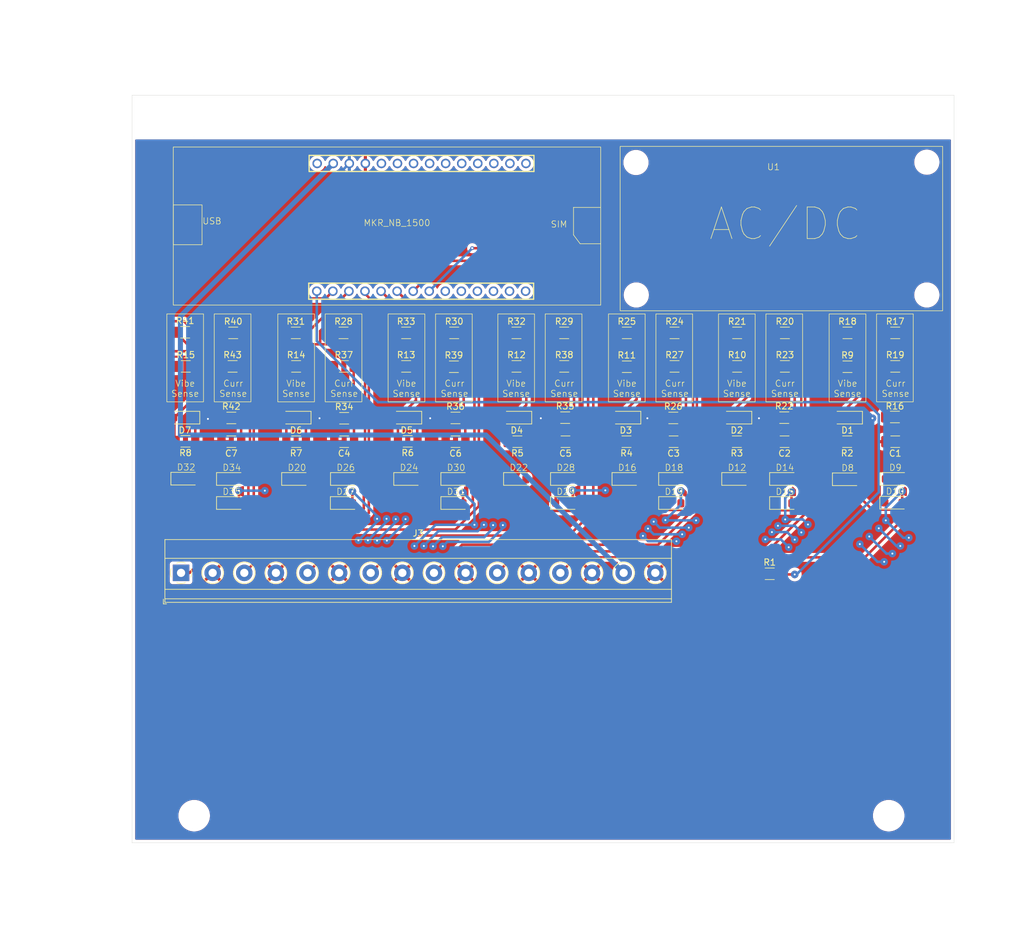
<source format=kicad_pcb>
(kicad_pcb (version 20240108) (generator "pcbnew") (generator_version "8.0")
  (title_block (title "Breakoutv1.0") (date "2025-05-25") (rev "0") (company "Thermatech Innovations"))
  (layers (0 "F.Cu" signal) (31 "B.Cu" signal) (34 "B.Paste" user) (35 "F.Paste" user) (36 "B.SilkS" user "B.Silkscreen") (37 "F.SilkS" user "F.Silkscreen") (38 "B.Mask" user) (39 "F.Mask" user) (44 "Edge.Cuts" user))
  (net 0 "")
  (net 1 "/5VDC_supply")
  (net 2 "Net-(D1-A)")
  (net 3 "Net-(D2-A)")
  (net 4 "Net-(D3-A)")
  (net 5 "Net-(D4-A)")
  (net 6 "Net-(D5-A)")
  (net 7 "Net-(D6-A)")
  (net 11 "/A3")
  (net 12 "/A2")
  (net 13 "/A5")
  (net 16 "/A6")
  (net 18 "/3.3VDC_Supply")
  (net 21 "GND")
  (net 24 "Net-(A1-PadAREF)")
  (net 29 "/A4")
  (net 30 "/A0")
  (net 31 "/5.5VDC_Input")
  (net 33 "/A1")
  (net 35 "Net-(D10-K)")
  (net 36 "Net-(D14-K)")
  (net 37 "Net-(D18-K)")
  (net 38 "Net-(D26-K)")
  (net 39 "Net-(D28-K)")
  (net 40 "Net-(D30-K)")
  (net 41 "Net-(D34-K)")
  (net 42 "Net-(D7-A)")
  (net 43 "Net-(D8-K)")
  (net 44 "Net-(D12-K)")
  (net 45 "Net-(D16-K)")
  (net 46 "Net-(D20-K)")
  (net 47 "Net-(D22-K)")
  (net 48 "Net-(D24-K)")
  (net 49 "Net-(D32-K)")
  (net 50 "/A3+")
  (net 51 "/A0+")
  (net 52 "/A4+")
  (net 53 "/A5+")
  (net 54 "/A2+")
  (net 55 "/A1+")
  (net 56 "/A6+")
  (footprint "Resistor_SMD:R_1206_3216Metric_Pad1.30x1.75mm_HandSolder" (layer "F.Cu") (at 168.025 80.7)
    (property "Reference" "R10")
    (property "Value" "0")
  )
  (footprint "Capacitor_SMD:C_1206_3216Metric_Pad1.33x1.80mm_HandSolder" (layer "F.Cu") (at 123.4875 92.6 180)
    (property "Reference" "C6")
    (property "Value" "50u")
  )
  (footprint "Resistor_SMD:R_1206_3216Metric_Pad1.30x1.75mm_HandSolder" (layer "F.Cu") (at 150.525 92.6 180)
    (property "Reference" "R4")
    (property "Value" "1M")
  )
  (footprint "Resistor_SMD:R_1206_3216Metric_Pad1.30x1.75mm_HandSolder" (layer "F.Cu") (at 150.575 80.75)
    (property "Reference" "R11")
    (property "Value" "0")
  )
  (footprint "Resistor_SMD:R_1206_3216Metric_Pad1.30x1.75mm_HandSolder" (layer "F.Cu") (at 173.175 113.5)
    (property "Reference" "R1")
    (property "Value" "0")
  )
  (footprint "Breakoutv1.0:SOD-123FL" (layer "F.Cu") (at 167.95 98.5)
    (property "Reference" "D12")
    (property "Value" "1N5819")
  )
  (footprint "Resistor_SMD:R_1206_3216Metric_Pad1.30x1.75mm_HandSolder" (layer "F.Cu") (at 98.275 92.6 180)
    (property "Reference" "R7")
    (property "Value" "1M")
  )
  (footprint "Diode_SMD:D_SOD-123" (layer "F.Cu") (at 115.775 88.8 180)
    (property "Reference" "D5")
    (property "Value" "BAT43W-TP")
  )
  (footprint "Resistor_SMD:R_1206_3216Metric_Pad1.30x1.75mm_HandSolder" (layer "F.Cu") (at 193.025 80.7)
    (property "Reference" "R19")
    (property "Value" "0")
  )
  (footprint "Resistor_SMD:R_1206_3216Metric_Pad1.30x1.75mm_HandSolder" (layer "F.Cu") (at 185.475 80.75)
    (property "Reference" "R9")
    (property "Value" "0")
  )
  (footprint "Diode_SMD:D_SOD-123" (layer "F.Cu") (at 167.975 88.8 180)
    (property "Reference" "D2")
    (property "Value" "BAT43W-TP")
  )
  (footprint "Breakoutv1.0:M4_Screwhole" (layer "F.Cu") (at 191.995 41.892)
    (property "Reference" "REF**" (hide yes))
    (property "Value" "M4_Screwhole" (hide yes))
  )
  (footprint "Resistor_SMD:R_1206_3216Metric_Pad1.30x1.75mm_HandSolder" (layer "F.Cu") (at 115.925 92.55 180)
    (property "Reference" "R6")
    (property "Value" "1M")
  )
  (footprint "Breakoutv1.0:SOD-123FL" (layer "F.Cu") (at 116.075 98.5)
    (property "Reference" "D24")
    (property "Value" "1N5819")
  )
  (footprint "Resistor_SMD:R_1206_3216Metric_Pad1.30x1.75mm_HandSolder" (layer "F.Cu") (at 133.275 92.6 180)
    (property "Reference" "R5")
    (property "Value" "1M")
  )
  (footprint "Resistor_SMD:R_1206_3216Metric_Pad1.30x1.75mm_HandSolder" (layer "F.Cu") (at 88.325 75.4)
    (property "Reference" "R40")
    (property "Value" "0")
  )
  (footprint "Resistor_SMD:R_1206_3216Metric_Pad1.30x1.75mm_HandSolder" (layer "F.Cu") (at 158.125 80.7)
    (property "Reference" "R27")
    (property "Value" "0")
  )
  (footprint "Resistor_SMD:R_1206_3216Metric_Pad1.30x1.75mm_HandSolder" (layer "F.Cu") (at 123.225 80.75)
    (property "Reference" "R39")
    (property "Value" "0")
  )
  (footprint "Capacitor_SMD:C_1206_3216Metric_Pad1.33x1.80mm_HandSolder" (layer "F.Cu") (at 105.875 92.6 180)
    (property "Reference" "C4")
    (property "Value" "50u")
  )
  (footprint "Resistor_SMD:R_1206_3216Metric_Pad1.30x1.75mm_HandSolder" (layer "F.Cu") (at 140.675 80.7)
    (property "Reference" "R38")
    (property "Value" "0")
  )
  (footprint "Resistor_SMD:R_1206_3216Metric_Pad1.30x1.75mm_HandSolder" (layer "F.Cu") (at 158.125 75.4)
    (property "Reference" "R24")
    (property "Value" "0")
  )
  (footprint "Resistor_SMD:R_1206_3216Metric_Pad1.30x1.75mm_HandSolder" (layer "F.Cu") (at 133.125 75.4)
    (property "Reference" "R32")
    (property "Value" "0")
  )
  (footprint "Resistor_SMD:R_1206_3216Metric_Pad1.30x1.75mm_HandSolder" (layer "F.Cu") (at 150.575 75.4)
    (property "Reference" "R25")
    (property "Value" "0")
  )
  (footprint "Resistor_SMD:R_1206_3216Metric_Pad1.30x1.75mm_HandSolder" (layer "F.Cu") (at 123.275 75.4)
    (property "Reference" "R30")
    (property "Value" "0")
  )
  (footprint "Capacitor_SMD:C_1206_3216Metric_Pad1.33x1.80mm_HandSolder" (layer "F.Cu") (at 157.975 92.6 180)
    (property "Reference" "C3")
    (property "Value" "50u")
  )
  (footprint "Resistor_SMD:R_1206_3216Metric_Pad1.30x1.75mm_HandSolder" (layer "F.Cu") (at 185.425 92.6 180)
    (property "Reference" "R2")
    (property "Value" "1M")
  )
  (footprint "Resistor_SMD:R_1206_3216Metric_Pad1.30x1.75mm_HandSolder" (layer "F.Cu") (at 175.575 80.7)
    (property "Reference" "R23")
    (property "Value" "0")
  )
  (footprint "Breakoutv1.0:M4_Screwhole" (layer "F.Cu") (at 82.152 151.752)
    (property "Reference" "REF**" (hide yes))
    (property "Value" "M4_Screwhole" (hide yes))
  )
  (footprint "Breakoutv1.0:SOD-123FL" (layer "F.Cu") (at 80.825 98.45)
    (property "Reference" "D32")
    (property "Value" "1N5819")
  )
  (footprint "Resistor_SMD:R_1206_3216Metric_Pad1.30x1.75mm_HandSolder" (layer "F.Cu") (at 80.825 80.7)
    (property "Reference" "R15")
    (property "Value" "0")
  )
  (footprint "Capacitor_SMD:C_1206_3216Metric_Pad1.33x1.80mm_HandSolder" (layer "F.Cu") (at 140.875 92.6 180)
    (property "Reference" "C5")
    (property "Value" "50u")
  )
  (footprint "Diode_SMD:D_SOD-123" (layer "F.Cu") (at 98.275 88.8 180)
    (property "Reference" "D6")
    (property "Value" "BAT43W-TP")
  )
  (footprint "Resistor_SMD:R_1206_3216Metric_Pad1.30x1.75mm_HandSolder" (layer "F.Cu") (at 175.475 88.8)
    (property "Reference" "R22")
    (property "Value" "100k")
  )
  (footprint "Resistor_SMD:R_1206_3216Metric_Pad1.30x1.75mm_HandSolder" (layer "F.Cu") (at 175.575 75.4)
    (property "Reference" "R20")
    (property "Value" "0")
  )
  (footprint "Breakoutv1.0:SOD-123FL" (layer "F.Cu") (at 88.05 98.5)
    (property "Reference" "D34")
    (property "Value" "1N5819")
  )
  (footprint "Resistor_SMD:R_1206_3216Metric_Pad1.30x1.75mm_HandSolder" (layer "F.Cu") (at 88.025 88.85)
    (property "Reference" "R42")
    (property "Value" "100k")
  )
  (footprint "Resistor_SMD:R_1206_3216Metric_Pad1.30x1.75mm_HandSolder" (layer "F.Cu") (at 80.775 92.55 180)
    (property "Reference" "R8")
    (property "Value" "1M")
  )
  (footprint "Resistor_SMD:R_1206_3216Metric_Pad1.30x1.75mm_HandSolder" (layer "F.Cu") (at 80.725 75.3)
    (property "Reference" "R41")
    (property "Value" "0")
  )
  (footprint "Breakoutv1.0:SOD-123FL" (layer "F.Cu") (at 175.525 102.3)
    (property "Reference" "D15")
    (property "Value" "1N5819")
  )
  (footprint "Diode_SMD:D_SOD-123" (layer "F.Cu") (at 185.475 88.8 180)
    (property "Reference" "D1")
    (property "Value" "BAT43W-TP")
  )
  (footprint "Resistor_SMD:R_1206_3216Metric_Pad1.30x1.75mm_HandSolder" (layer "F.Cu") (at 192.975 88.7)
    (property "Reference" "R16")
    (property "Value" "100k")
  )
  (footprint "Resistor_SMD:R_1206_3216Metric_Pad1.30x1.75mm_HandSolder" (layer "F.Cu") (at 157.925 88.85)
    (property "Reference" "R26")
    (property "Value" "100k")
  )
  (footprint "Breakoutv1.0:SOD-123FL" (layer "F.Cu") (at 106.075 98.5)
    (property "Reference" "D26")
    (property "Value" "1N5819")
  )
  (footprint "Resistor_SMD:R_1206_3216Metric_Pad1.30x1.75mm_HandSolder" (layer "F.Cu") (at 98.275 80.7)
    (property "Reference" "R14")
    (property "Value" "0")
  )
  (footprint "Diode_SMD:D_SOD-123" (layer "F.Cu") (at 133.175 88.8 180)
    (property "Reference" "D4")
    (property "Value" "BAT43W-TP")
  )
  (footprint "Breakoutv1.0:M4_Screwhole" (layer "F.Cu") (at 82.152 41.892)
    (property "Reference" "REF**" (hide yes))
    (property "Value" "M4_Screwhole" (hide yes))
  )
  (footprint "Resistor_SMD:R_1206_3216Metric_Pad1.30x1.75mm_HandSolder" (layer "F.Cu") (at 167.975 92.6 180)
    (property "Reference" "R3")
    (property "Value" "1M")
  )
  (footprint "Breakoutv1.0:SOD-123FL" (layer "F.Cu") (at 123.525 102.3)
    (property "Reference" "D31")
    (property "Value" "1N5819")
  )
  (footprint "Breakoutv1.0:M4_Screwhole" (layer "F.Cu") (at 191.995 151.752)
    (property "Reference" "REF**" (hide yes))
    (property "Value" "M4_Screwhole" (hide yes))
  )
  (footprint "Resistor_SMD:R_1206_3216Metric_Pad1.30x1.75mm_HandSolder" (layer "F.Cu") (at 115.675 80.7)
    (property "Reference" "R13")
    (property "Value" "0")
  )
  (footprint "Resistor_SMD:R_1206_3216Metric_Pad1.30x1.75mm_HandSolder" (layer "F.Cu") (at 185.475 75.4)
    (property "Reference" "R18")
    (property "Value" "0")
  )
  (footprint "Resistor_SMD:R_1206_3216Metric_Pad1.30x1.75mm_HandSolder" (layer "F.Cu") (at 123.475 88.85)
    (property "Reference" "R36")
    (property "Value" "100k")
  )
  (footprint "Resistor_SMD:R_1206_3216Metric_Pad1.30x1.75mm_HandSolder" (layer "F.Cu") (at 105.775 75.4)
    (property "Reference" "R28")
    (property "Value" "0")
  )
  (footprint "Breakoutv1.0:SOD-123FL" (layer "F.Cu") (at 133.45 98.5)
    (property "Reference" "D22")
    (property "Value" "1N5819")
  )
  (footprint "Breakoutv1.0:SOD-123FL" (layer "F.Cu") (at 98.35 98.5)
    (property "Reference" "D20")
    (property "Value" "1N5819")
  )
  (footprint "Breakoutv1.0:MKR_NB_1500" (layer "F.Cu") (at 114.175 58.65)
    (property "Reference" "MKR_NB_1500")
    (property "Value" "Arduino_MKR_NB_1500_Socket")
  )
  (footprint "Breakoutv1.0:ACDC_Module" (layer "F.Cu") (at 173.775 49.65)
    (property "Reference" "U1")
    (property "Value" "~")
  )
  (footprint "Breakoutv1.0:SOD-123FL" (layer "F.Cu") (at 106.05 102.3)
    (property "Reference" "D27")
    (property "Value" "1N5819")
  )
  (footprint "Resistor_SMD:R_1206_3216Metric_Pad1.30x1.75mm_HandSolder" (layer "F.Cu") (at 105.825 80.7)
    (property "Reference" "R37")
    (property "Value" "0")
  )
  (footprint "Breakoutv1.0:SOD-123FL" (layer "F.Cu") (at 192.95 102.25)
    (property "Reference" "D10")
    (property "Value" "1N5819")
  )
  (footprint "Breakoutv1.0:SOD-123FL" (layer "F.Cu") (at 157.975 98.5)
    (property "Reference" "D18")
    (property "Value" "1N5819")
  )
  (footprint "TerminalBlock_Phoenix:TerminalBlock_Phoenix_MKDS-1,5-16_1x16_P5.00mm_Horizontal" (layer "F.Cu") (at 80.075 113.35)
    (property "Reference" "J3")
    (property "Value" "Screw_Terminal_01x16")
  )
  (footprint "Resistor_SMD:R_1206_3216Metric_Pad1.30x1.75mm_HandSolder" (layer "F.Cu") (at 115.675 75.4)
    (property "Reference" "R33")
    (property "Value" "0")
  )
  (footprint "Resistor_SMD:R_1206_3216Metric_Pad1.30x1.75mm_HandSolder" (layer "F.Cu") (at 193.025 75.4)
    (property "Reference" "R17")
    (property "Value" "0")
  )
  (footprint "Breakoutv1.0:SOD-123FL" (layer "F.Cu") (at 88.05 102.3)
    (property "Reference" "D35")
    (property "Value" "1N5819")
  )
  (footprint "Diode_SMD:D_SOD-123" (layer "F.Cu") (at 150.425 88.8 180)
    (property "Reference" "D3")
    (property "Value" "BAT43W-TP")
  )
  (footprint "Capacitor_SMD:C_1206_3216Metric_Pad1.33x1.80mm_HandSolder" (layer "F.Cu") (at 193.025 92.6 180)
    (property "Reference" "C1")
    (property "Value" "50u")
  )
  (footprint "Breakoutv1.0:SOD-123FL" (layer "F.Cu") (at 175.525 98.5)
    (property "Reference" "D14")
    (property "Value" "1N5819")
  )
  (footprint "Resistor_SMD:R_1206_3216Metric_Pad1.30x1.75mm_HandSolder" (layer "F.Cu") (at 140.675 75.4)
    (property "Reference" "R29")
    (property "Value" "0")
  )
  (footprint "Capacitor_SMD:C_1206_3216Metric_Pad1.33x1.80mm_HandSolder" (layer "F.Cu") (at 175.525 92.6 180)
    (property "Reference" "C2")
    (property "Value" "50u")
  )
  (footprint "Breakoutv1.0:SOD-123FL" (layer "F.Cu") (at 150.6 98.5)
    (property "Reference" "D16")
    (property "Value" "1N5819")
  )
  (footprint "Breakoutv1.0:SOD-123FL" (layer "F.Cu") (at 193 98.5)
    (property "Reference" "D9")
    (property "Value" "1N5819")
  )
  (footprint "Capacitor_SMD:C_1206_3216Metric_Pad1.33x1.80mm_HandSolder" (layer "F.Cu") (at 88.025 92.6 180)
    (property "Reference" "C7")
    (property "Value" "50u")
  )
  (footprint "Resistor_SMD:R_1206_3216Metric_Pad1.30x1.75mm_HandSolder" (layer "F.Cu") (at 98.225 75.4)
    (property "Reference" "R31")
    (property "Value" "0")
  )
  (footprint "Resistor_SMD:R_1206_3216Metric_Pad1.30x1.75mm_HandSolder" (layer "F.Cu") (at 133.125 80.7)
    (property "Reference" "R12")
    (property "Value" "0")
  )
  (footprint "Breakoutv1.0:SOD-123FL" (layer "F.Cu") (at 140.875 98.5)
    (property "Reference" "D28")
    (property "Value" "1N5819")
  )
  (footprint "Resistor_SMD:R_1206_3216Metric_Pad1.30x1.75mm_HandSolder" (layer "F.Cu") (at 168.025 75.4)
    (property "Reference" "R21")
    (property "Value" "0")
  )
  (footprint "Breakoutv1.0:SOD-123FL" (layer "F.Cu") (at 140.875 102.3)
    (property "Reference" "D29")
    (property "Value" "1N5819")
  )
  (footprint "Resistor_SMD:R_1206_3216Metric_Pad1.30x1.75mm_HandSolder" (layer "F.Cu") (at 105.875 88.9)
    (property "Reference" "R34")
    (property "Value" "100k")
  )
  (footprint "Breakoutv1.0:SOD-123FL" (layer "F.Cu") (at 123.525 98.5)
    (property "Reference" "D30")
    (property "Value" "1N5819")
  )
  (footprint "Breakoutv1.0:SOD-123FL" (layer "F.Cu") (at 185.45 98.55)
    (property "Reference" "D8")
    (property "Value" "1N5819")
  )
  (footprint "Resistor_SMD:R_1206_3216Metric_Pad1.30x1.75mm_HandSolder" (layer "F.Cu") (at 140.825 88.8)
    (property "Reference" "R35")
    (property "Value" "100k")
  )
  (footprint "Diode_SMD:D_SOD-123" (layer "F.Cu") (at 80.675 88.8 180)
    (property "Reference" "D7")
    (property "Value" "BAT43W-TP")
  )
  (footprint "Resistor_SMD:R_1206_3216Metric_Pad1.30x1.75mm_HandSolder" (layer "F.Cu") (at 88.225 80.7)
    (property "Reference" "R43")
    (property "Value" "0")
  )
  (footprint "Breakoutv1.0:SOD-123FL" (layer "F.Cu") (at 157.975 102.3)
    (property "Reference" "D19")
    (property "Value" "1N5819")
  )
  (gr_rect (start 102.875 72.4) (end 108.675 86.3) (stroke (width 0.1)) (fill none) (layer "F.SilkS"))
  (gr_rect (start 182.575 72.4) (end 188.375 86.3) (stroke (width 0.1)) (fill none) (layer "F.SilkS"))
  (gr_rect (start 137.675 72.4) (end 143.475 86.3) (stroke (width 0.1)) (fill none) (layer "F.SilkS"))
  (gr_rect (start 147.675 72.4) (end 153.475 86.3) (stroke (width 0.1)) (fill none) (layer "F.SilkS"))
  (gr_rect (start 112.825 72.4) (end 118.625 86.3) (stroke (width 0.1)) (fill none) (layer "F.SilkS"))
  (gr_rect (start 130.175 72.4) (end 135.975 86.3) (stroke (width 0.1)) (fill none) (layer "F.SilkS"))
  (gr_rect (start 77.825 72.4) (end 83.625 86.3) (stroke (width 0.1)) (fill none) (layer "F.SilkS"))
  (gr_rect (start 95.375 72.4) (end 101.175 86.3) (stroke (width 0.1)) (fill none) (layer "F.SilkS"))
  (gr_rect (start 172.575 72.4) (end 178.375 86.3) (stroke (width 0.1)) (fill none) (layer "F.SilkS"))
  (gr_rect (start 155.175 72.4) (end 160.975 86.3) (stroke (width 0.1)) (fill none) (layer "F.SilkS"))
  (gr_rect (start 190.075 72.4) (end 195.875 86.3) (stroke (width 0.1)) (fill none) (layer "F.SilkS"))
  (gr_rect (start 85.325 72.4) (end 91.125 86.3) (stroke (width 0.1)) (fill none) (layer "F.SilkS"))
  (gr_rect (start 165.075 72.4) (end 170.875 86.3) (stroke (width 0.1)) (fill none) (layer "F.SilkS"))
  (gr_rect (start 120.325 72.4) (end 126.125 86.3) (stroke (width 0.1)) (fill none) (layer "F.SilkS"))
  (gr_rect (start 72.325 37.8) (end 202.325 156.05) (stroke (width 0.05)) (fill none) (layer "Edge.Cuts"))
  (gr_text "Vibe\nSense" (at 98.275 84.2 0) (layer "F.SilkS") (effects (font (size 1 1) (thickness 0.1))))
  (gr_text "Vibe\nSense" (at 133.075 84.2 0) (layer "F.SilkS") (effects (font (size 1 1) (thickness 0.1))))
  (gr_text "Curr\nSense" (at 105.875 84.2 0) (layer "F.SilkS") (effects (font (size 1 1) (thickness 0.1))))
  (gr_text "Curr\nSense" (at 140.675 84.2 0) (layer "F.SilkS") (effects (font (size 1 1) (thickness 0.1))))
  (gr_text "Vibe\nSense" (at 80.725 84.2 0) (layer "F.SilkS") (effects (font (size 1 1) (thickness 0.1))))
  (gr_text "Vibe\nSense" (at 115.725 84.2 0) (layer "F.SilkS") (effects (font (size 1 1) (thickness 0.1))))
  (gr_text "Vibe\nSense" (at 150.575 84.2 0) (layer "F.SilkS") (effects (font (size 1 1) (thickness 0.1))))
  (gr_text "Vibe\nSense" (at 167.975 84.2 0) (layer "F.SilkS") (effects (font (size 1 1) (thickness 0.1))))
  (gr_text "Curr\nSense" (at 193.075 84.2 0) (layer "F.SilkS") (effects (font (size 1 1) (thickness 0.1))))
  (gr_text "Curr\nSense" (at 88.325 84.2 0) (layer "F.SilkS") (effects (font (size 1 1) (thickness 0.1))))
  (gr_text "Curr\nSense" (at 158.175 84.2 0) (layer "F.SilkS") (effects (font (size 1 1) (thickness 0.1))))
  (gr_text "Curr\nSense" (at 175.575 84.2 0) (layer "F.SilkS") (effects (font (size 1 1) (thickness 0.1))))
  (gr_text "Vibe\nSense" (at 185.475 84.2 0) (layer "F.SilkS") (effects (font (size 1 1) (thickness 0.1))))
  (gr_text "Curr\nSense" (at 123.325 84.2 0) (layer "F.SilkS") (effects (font (size 1 1) (thickness 0.1))))
  (segment (start 183.825 88.8) (end 183.825 92.55) (width 0.4) (layer "F.Cu") (net 2))
  (segment (start 187.025 80.75) (end 187.025 85.6) (width 0.4) (layer "F.Cu") (net 2))
  (segment (start 187.025 85.6) (end 183.825 88.8) (width 0.4) (layer "F.Cu") (net 2))
  (segment (start 183.825 92.55) (end 183.875 92.6) (width 0.4) (layer "F.Cu") (net 2))
  (segment (start 166.325 88.8) (end 166.325 92.5) (width 0.4) (layer "F.Cu") (net 3))
  (segment (start 166.325 92.5) (end 166.425 92.6) (width 0.4) (layer "F.Cu") (net 3))
  (segment (start 169.575 80.7) (end 169.575 85.55) (width 0.4) (layer "F.Cu") (net 3))
  (segment (start 169.575 85.55) (end 166.325 88.8) (width 0.4) (layer "F.Cu") (net 3))
  (segment (start 152.125 85.9) (end 149.225 88.8) (width 0.4) (layer "F.Cu") (net 4))
  (segment (start 152.125 80.75) (end 152.125 85.9) (width 0.4) (layer "F.Cu") (net 4))
  (segment (start 148.975 89) (end 148.775 88.8) (width 0.4) (layer "F.Cu") (net 4))
  (segment (start 148.975 92.6) (end 148.975 89) (width 0.4) (layer "F.Cu") (net 4))
  (segment (start 131.525 92.4) (end 131.725 92.6) (width 0.4) (layer "F.Cu") (net 5))
  (segment (start 131.525 88.8) (end 131.525 92.4) (width 0.4) (layer "F.Cu") (net 5))
  (segment (start 132.675 88.8) (end 131.525 88.8) (width 0.4) (layer "F.Cu") (net 5))
  (segment (start 134.675 80.7) (end 134.675 86.8) (width 0.4) (layer "F.Cu") (net 5))
  (segment (start 134.675 86.8) (end 132.675 88.8) (width 0.4) (layer "F.Cu") (net 5))
  (segment (start 114.375 92.55) (end 114.375 89.05) (width 0.4) (layer "F.Cu") (net 6))
  (segment (start 117.225 86.05) (end 114.475 88.8) (width 0.4) (layer "F.Cu") (net 6))
  (segment (start 117.225 80.7) (end 117.225 86.05) (width 0.4) (layer "F.Cu") (net 6))
  (segment (start 114.375 89.05) (end 114.125 88.8) (width 0.4) (layer "F.Cu") (net 6))
  (segment (start 96.725 89.05) (end 96.725 92.6) (width 0.4) (layer "F.Cu") (net 7))
  (segment (start 96.625 88.95) (end 96.725 89.05) (width 0.2) (layer "F.Cu") (net 7))
  (segment (start 96.625 88.8) (end 96.625 88.95) (width 0.2) (layer "F.Cu") (net 7))
  (segment (start 99.825 85.6) (end 96.625 88.8) (width 0.4) (layer "F.Cu") (net 7))
  (segment (start 99.825 80.7) (end 99.825 85.6) (width 0.4) (layer "F.Cu") (net 7))
  (segment (start 129.475 72.85) (end 129.475 78.6) (width 0.4) (layer "F.Cu") (net 11))
  (segment (start 129.475 78.6) (end 137.025 78.6) (width 0.4) (layer "F.Cu") (net 11))
  (segment (start 137.025 78.6) (end 139.125 80.7) (width 0.4) (layer "F.Cu") (net 11))
  (segment (start 129.475 72.85) (end 132.125 72.85) (width 0.4) (layer "F.Cu") (net 11))
  (segment (start 132.125 72.85) (end 134.675 75.4) (width 0.4) (layer "F.Cu") (net 11))
  (segment (start 115.755 72.85) (end 129.475 72.85) (width 0.4) (layer "F.Cu") (net 11))
  (segment (start 111.705 68.8) (end 115.755 72.85) (width 0.4) (layer "F.Cu") (net 11))
  (segment (start 129.475 78.6) (end 131.575 80.7) (width 0.4) (layer "F.Cu") (net 11))
  (segment (start 113.15 73.075) (end 112.025 74.2) (width 0.4) (layer "F.Cu") (net 12))
  (segment (start 114.25 73.075) (end 113.05 73.075) (width 0.4) (layer "F.Cu") (net 12))
  (segment (start 112.025 78.6) (end 119.525 78.6) (width 0.4) (layer "F.Cu") (net 12))
  (segment (start 116.575 75.4) (end 114.25 73.075) (width 0.4) (layer "F.Cu") (net 12))
  (segment (start 109.165 69.19) (end 109.165 68.8) (width 0.4) (layer "F.Cu") (net 12))
  (segment (start 117.225 75.4) (end 116.575 75.4) (width 0.4) (layer "F.Cu") (net 12))
  (segment (start 112.025 74.2) (end 112.025 78.6) (width 0.4) (layer "F.Cu") (net 12))
  (segment (start 112.025 78.6) (end 114.125 80.7) (width 0.4) (layer "F.Cu") (net 12))
  (segment (start 113.05 73.075) (end 109.165 69.19) (width 0.4) (layer "F.Cu") (net 12))
  (segment (start 119.525 78.6) (end 121.675 80.75) (width 0.4) (layer "F.Cu") (net 12))
  (segment (start 114.25 73.075) (end 113.15 73.075) (width 0.4) (layer "F.Cu") (net 12))
  (segment (start 164.525 74.6) (end 164.525 78.75) (width 0.4) (layer "F.Cu") (net 13))
  (segment (start 164.525 78.75) (end 166.475 80.7) (width 0.4) (layer "F.Cu") (net 13))
  (segment (start 166.65 72.475) (end 158.175 64) (width 0.4) (layer "F.Cu") (net 13))
  (segment (start 166.65 72.475) (end 164.525 74.6) (width 0.4) (layer "F.Cu") (net 13))
  (segment (start 158.175 64) (end 121.585 64) (width 0.4) (layer "F.Cu") (net 13))
  (segment (start 169.575 75.4) (end 166.65 72.475) (width 0.4) (layer "F.Cu") (net 13))
  (segment (start 164.525 78.75) (end 164.675 78.9) (width 0.4) (layer "F.Cu") (net 13))
  (segment (start 164.675 78.9) (end 172.225 78.9) (width 0.4) (layer "F.Cu") (net 13))
  (segment (start 121.585 64) (end 116.785 68.8) (width 0.4) (layer "F.Cu") (net 13))
  (segment (start 172.225 78.9) (end 174.025 80.7) (width 0.4) (layer "F.Cu") (net 13))
  (segment (start 181.925 78.75) (end 183.925 80.75) (width 0.4) (layer "F.Cu") (net 16))
  (segment (start 173.625 62) (end 184.05 72.425) (width 0.4) (layer "F.Cu") (net 16))
  (segment (start 184.05 72.425) (end 181.925 74.55) (width 0.4) (layer "F.Cu") (net 16))
  (segment (start 181.925 78.75) (end 189.525 78.75) (width 0.4) (layer "F.Cu") (net 16))
  (segment (start 189.525 78.75) (end 191.475 80.7) (width 0.4) (layer "F.Cu") (net 16))
  (segment (start 181.925 74.55) (end 181.925 78.75) (width 0.4) (layer "F.Cu") (net 16))
  (segment (start 126.125 62) (end 173.625 62) (width 0.4) (layer "F.Cu") (net 16))
  (segment (start 184.05 72.425) (end 187.025 75.4) (width 0.4) (layer "F.Cu") (net 16))
  (via (at 126.125 62) (size 0.6) (drill 0.3) (layers "F.Cu" "B.Cu") (net 16))
  (segment (start 126.125 62) (end 119.325 68.8) (width 0.4) (layer "B.Cu") (net 16))
  (segment (start 99.825 88.9) (end 99.925 88.8) (width 0.2) (layer "F.Cu") (net 18))
  (segment (start 117.525 88.9) (end 117.425 88.8) (width 0.4) (layer "F.Cu") (net 18))
  (segment (start 99.825 92.6) (end 99.825 88.9) (width 0.4) (layer "F.Cu") (net 18))
  (segment (start 171.475 88.9) (end 169.725 88.9) (width 0.4) (layer "F.Cu") (net 18))
  (segment (start 187.225 88.9) (end 187.125 88.8) (width 0.4) (layer "F.Cu") (net 18))
  (segment (start 82.325 88.8) (end 84.125 88.8) (width 0.4) (layer "F.Cu") (net 18))
  (segment (start 187.125 92.45) (end 186.975 92.6) (width 0.4) (layer "F.Cu") (net 18))
  (segment (start 152.175 88.9) (end 152.075 88.8) (width 0.4) (layer "F.Cu") (net 18))
  (segment (start 169.625 88.8) (end 169.625 92.5) (width 0.4) (layer "F.Cu") (net 18))
  (segment (start 101.575 88.9) (end 101.475 88.8) (width 0.2) (layer "F.Cu") (net 18))
  (segment (start 101.475 88.8) (end 99.925 88.8) (width 0.4) (layer "F.Cu") (net 18))
  (segment (start 82.325 92.55) (end 82.325 88.8) (width 0.4) (layer "F.Cu") (net 18))
  (segment (start 134.925 88.9) (end 134.825 88.8) (width 0.4) (layer "F.Cu") (net 18))
  (segment (start 117.425 88.8) (end 117.425 92.5) (width 0.4) (layer "F.Cu") (net 18))
  (segment (start 117.425 92.5) (end 117.475 92.55) (width 0.4) (layer "F.Cu") (net 18))
  (segment (start 84.125 88.8) (end 84.325 89) (width 0.2) (layer "F.Cu") (net 18))
  (segment (start 187.125 88.8) (end 187.125 92.45) (width 0.4) (layer "F.Cu") (net 18))
  (segment (start 152.075 88.8) (end 152.075 92.6) (width 0.4) (layer "F.Cu") (net 18))
  (segment (start 153.825 88.9) (end 152.175 88.9) (width 0.4) (layer "F.Cu") (net 18))
  (segment (start 189.425 88.9) (end 187.225 88.9) (width 0.4) (layer "F.Cu") (net 18))
  (segment (start 169.625 92.5) (end 169.525 92.6) (width 0.4) (layer "F.Cu") (net 18))
  (segment (start 136.975 88.9) (end 134.925 88.9) (width 0.4) (layer "F.Cu") (net 18))
  (segment (start 119.475 88.9) (end 117.525 88.9) (width 0.4) (layer "F.Cu") (net 18))
  (segment (start 169.725 88.9) (end 169.625 88.8) (width 0.4) (layer "F.Cu") (net 18))
  (segment (start 101.975 88.9) (end 101.575 88.9) (width 0.4) (layer "F.Cu") (net 18))
  (segment (start 134.825 88.8) (end 134.825 92.6) (width 0.4) (layer "F.Cu") (net 18))
  (via (at 119.475 88.9) (size 1.2) (drill 0.3) (layers "F.Cu" "B.Cu") (net 18))
  (via (at 84.325 89) (size 1.2) (drill 0.3) (layers "F.Cu" "B.Cu") (net 18))
  (via (at 171.475 88.9) (size 1.2) (drill 0.3) (layers "F.Cu" "B.Cu") (net 18))
  (via (at 136.975 88.9) (size 1.2) (drill 0.3) (layers "F.Cu" "B.Cu") (net 18))
  (via (at 189.425 88.9) (size 1.2) (drill 0.3) (layers "F.Cu" "B.Cu") (net 18))
  (via (at 153.825 88.9) (size 1.2) (drill 0.3) (layers "F.Cu" "B.Cu") (net 18))
  (via (at 101.975 88.9) (size 1.2) (drill 0.3) (layers "F.Cu" "B.Cu") (net 18))
  (segment (start 154.275 88.9) (end 101.975 88.9) (width 0.4) (layer "B.Cu") (net 18))
  (segment (start 98.225 88.9) (end 101.975 88.9) (width 0.4) (layer "B.Cu") (net 18))
  (segment (start 98.225 57.06) (end 98.225 88.9) (width 0.4) (layer "B.Cu") (net 18))
  (segment (start 106.685 48.6) (end 98.225 57.06) (width 0.4) (layer "B.Cu") (net 18))
  (segment (start 84.325 89) (end 84.425 88.9) (width 0.4) (layer "B.Cu") (net 18))
  (segment (start 171.475 88.9) (end 153.825 88.9) (width 0.4) (layer "B.Cu") (net 18))
  (segment (start 189.425 88.9) (end 171.475 88.9) (width 0.4) (layer "B.Cu") (net 18))
  (segment (start 84.425 88.9) (end 98.225 88.9) (width 0.4) (layer "B.Cu") (net 18))
  (segment (start 89.225 100.35) (end 89.225 102.325) (width 0.4) (layer "F.Cu") (net 21))
  (segment (start 89.225 102.325) (end 89.2 102.35) (width 0.4) (layer "F.Cu") (net 21))
  (segment (start 107.175 100.45) (end 107.175 102.325) (width 0.4) (layer "F.Cu") (net 21))
  (segment (start 194.125 100.45) (end 194.125 102.275) (width 0.4) (layer "F.Cu") (net 21))
  (segment (start 176.625 100.5) (end 176.625 102.3) (width 0.4) (layer "F.Cu") (net 21))
  (segment (start 176.625 102.3) (end 176.675 102.35) (width 0.4) (layer "F.Cu") (net 21))
  (segment (start 124.675 100.65) (end 124.675 102.35) (width 0.4) (layer "F.Cu") (net 21))
  (segment (start 159.125 100.4) (end 159.125 102.35) (width 0.4) (layer "F.Cu") (net 21))
  (segment (start 142.025 100.3) (end 142.025 102.35) (width 0.4) (layer "F.Cu") (net 21))
  (segment (start 194.125 102.275) (end 194.1 102.3) (width 0.4) (layer "F.Cu") (net 21))
  (segment (start 107.175 102.325) (end 107.2 102.35) (width 0.4) (layer "F.Cu") (net 21))
  (via (at 89.225 100.35) (size 1.2) (drill 0.3) (layers "F.Cu" "B.Cu") (net 21))
  (via (at 179.225 105.7) (size 1.2) (drill 0.3) (layers "F.Cu" "B.Cu") (net 21))
  (via (at 124.675 100.65) (size 1.2) (drill 0.3) (layers "F.Cu" "B.Cu") (net 21))
  (via (at 154.825 105.25) (size 1.2) (drill 0.3) (layers "F.Cu" "B.Cu") (net 21))
  (via (at 130.975 105.8) (size 1.2) (drill 0.3) (layers "F.Cu" "B.Cu") (net 21))
  (via (at 112.575 104.8) (size 1.2) (drill 0.3) (layers "F.Cu" "B.Cu") (net 21))
  (via (at 119.925 109.15) (size 1.2) (drill 0.3) (layers "F.Cu" "B.Cu") (net 21))
  (via (at 195.175 107.8) (size 1.2) (drill 0.3) (layers "F.Cu" "B.Cu") (net 21))
  (via (at 116.975 109.1) (size 1.2) (drill 0.3) (layers "F.Cu" "B.Cu") (net 21))
  (via (at 121.475 109.15) (size 1.2) (drill 0.3) (layers "F.Cu" "B.Cu") (net 21))
  (via (at 190.425 106.3) (size 1.2) (drill 0.3) (layers "F.Cu" "B.Cu") (net 21))
  (via (at 194.125 100.45) (size 1.2) (drill 0.3) (layers "F.Cu" "B.Cu") (net 21))
  (via (at 192.575 110.3) (size 1.2) (drill 0.3) (layers "F.Cu" "B.Cu") (net 21))
  (via (at 156.675 105) (size 1.2) (drill 0.3) (layers "F.Cu" "B.Cu") (net 21))
  (via (at 159.125 100.4) (size 1.2) (drill 0.3) (layers "F.Cu" "B.Cu") (net 21))
  (via (at 173.525 106.9) (size 1.2) (drill 0.3) (layers "F.Cu" "B.Cu") (net 21))
  (via (at 126.475 105.75) (size 1.2) (drill 0.3) (layers "F.Cu" "B.Cu") (net 21))
  (via (at 174.475 105.9) (size 1.2) (drill 0.3) (layers "F.Cu" "B.Cu") (net 21))
  (via (at 172.475 108.05) (size 1.2) (drill 0.3) (layers "F.Cu" "B.Cu") (net 21))
  (via (at 118.475 109.1) (size 1.2) (drill 0.3) (layers "F.Cu" "B.Cu") (net 21))
  (via (at 147.175 100.3) (size 1.2) (drill 0.3) (layers "F.Cu" "B.Cu") (net 21))
  (via (at 159.325 107.25) (size 1.2) (drill 0.3) (layers "F.Cu" "B.Cu") (net 21))
  (via (at 177.125 108.1) (size 1.2) (drill 0.3) (layers "F.Cu" "B.Cu") (net 21))
  (via (at 160.375 106.2) (size 1.2) (drill 0.3) (layers "F.Cu" "B.Cu") (net 21))
  (via (at 187.425 108.8) (size 1.2) (drill 0.3) (layers "F.Cu" "B.Cu") (net 21))
  (via (at 129.425 105.8) (size 1.2) (drill 0.3) (layers "F.Cu" "B.Cu") (net 21))
  (via (at 176.625 100.5) (size 1.2) (drill 0.3) (layers "F.Cu" "B.Cu") (net 21))
  (via (at 111.075 108.25) (size 1.2) (drill 0.3) (layers "F.Cu" "B.Cu") (net 21))
  (via (at 188.925 107.6) (size 1.2) (drill 0.3) (layers "F.Cu" "B.Cu") (net 21))
  (via (at 112.625 108.25) (size 1.2) (drill 0.3) (layers "F.Cu" "B.Cu") (net 21))
  (via (at 176.175 109.3) (size 1.2) (drill 0.3) (layers "F.Cu" "B.Cu") (net 21))
  (via (at 178.175 106.95) (size 1.2) (drill 0.3) (layers "F.Cu" "B.Cu") (net 21))
  (via (at 127.975 105.75) (size 1.2) (drill 0.3) (layers "F.Cu" "B.Cu") (net 21))
  (via (at 111.075 104.8) (size 1.2) (drill 0.3) (layers "F.Cu" "B.Cu") (net 21))
  (via (at 114.025 104.85) (size 1.2) (drill 0.3) (layers "F.Cu" "B.Cu") (net 21))
  (via (at 191.275 111.6) (size 1.2) (drill 0.3) (layers "F.Cu" "B.Cu") (net 21))
  (via (at 161.525 105.05) (size 1.2) (drill 0.3) (layers "F.Cu" "B.Cu") (net 21))
  (via (at 153.125 107.5) (size 1.2) (drill 0.3) (layers "F.Cu" "B.Cu") (net 21))
  (via (at 193.825 109.1) (size 1.2) (drill 0.3) (layers "F.Cu" "B.Cu") (net 21))
  (via (at 107.175 100.45) (size 1.2) (drill 0.3) (layers "F.Cu" "B.Cu") (net 21))
  (via (at 153.925 106.35) (size 1.2) (drill 0.3) (layers "F.Cu" "B.Cu") (net 21))
  (via (at 115.575 104.85) (size 1.2) (drill 0.3) (layers "F.Cu" "B.Cu") (net 21))
  (via (at 109.625 108.2) (size 1.2) (drill 0.3) (layers "F.Cu" "B.Cu") (net 21))
  (via (at 191.530559 105.05188) (size 1.2) (drill 0.3) (layers "F.Cu" "B.Cu") (net 21))
  (via (at 158.425 108.35) (size 1.2) (drill 0.3) (layers "F.Cu" "B.Cu") (net 21))
  (via (at 108.125 108.2) (size 1.2) (drill 0.3) (layers "F.Cu" "B.Cu") (net 21))
  (via (at 175.625 104.9) (size 1.2) (drill 0.3) (layers "F.Cu" "B.Cu") (net 21))
  (via (at 93.325 100.35) (size 1.2) (drill 0.3) (layers "F.Cu" "B.Cu") (net 21))
  (via (at 142.025 100.3) (size 1.2) (drill 0.3) (layers "F.Cu" "B.Cu") (net 21))
  (segment (start 119.925 109.15) (end 121.375 107.7) (width 0.4) (layer "B.Cu") (net 21))
  (segment (start 114.025 105.3) (end 114.025 104.85) (width 0.4) (layer "B.Cu") (net 21))
  (segment (start 142.025 100.3) (end 147.175 100.3) (width 0.4) (layer "B.Cu") (net 21))
  (segment (start 115.575 105.3) (end 115.575 104.85) (width 0.4) (layer "B.Cu") (net 21))
  (segment (start 191.530559 105.05188) (end 194.278679 107.8) (width 0.4) (layer "B.Cu") (net 21))
  (segment (start 156.675 105) (end 156.725 105.05) (width 0.4) (layer "B.Cu") (net 21))
  (segment (start 111.075 105.25) (end 111.075 104.8) (width 0.4) (layer "B.Cu") (net 21))
  (segment (start 128.025 107.7) (end 129.425 106.3) (width 0.4) (layer "B.Cu") (net 21))
  (segment (start 190.425 106.3) (end 193.225 109.1) (width 0.4) (layer "B.Cu") (net 21))
  (segment (start 118.475 109.05) (end 120.775 106.75) (width 0.4) (layer "B.Cu") (net 21))
  (segment (start 89.225 100.35) (end 93.325 100.35) (width 0.4) (layer "B.Cu") (net 21))
  (segment (start 191.530559 103.044441) (end 191.530559 105.05188) (width 0.4) (layer "B.Cu") (net 21))
  (segment (start 172.475 108.05) (end 174.925 108.05) (width 0.4) (layer "B.Cu") (net 21))
  (segment (start 174.475 105.9) (end 177.125 105.9) (width 0.4) (layer "B.Cu") (net 21))
  (segment (start 194.125 100.45) (end 191.530559 103.044441) (width 0.4) (layer "B.Cu") (net 21))
  (segment (start 120.775 106.75) (end 126.975 106.75) (width 0.4) (layer "B.Cu") (net 21))
  (segment (start 154.825 107.25) (end 159.325 107.25) (width 0.4) (layer "B.Cu") (net 21))
  (segment (start 121.375 107.7) (end 128.025 107.7) (width 0.4) (layer "B.Cu") (net 21))
  (segment (start 191.625 110.3) (end 192.575 110.3) (width 0.4) (layer "B.Cu") (net 21))
  (segment (start 156.725 105.05) (end 161.525 105.05) (width 0.4) (layer "B.Cu") (net 21))
  (segment (start 112.575 105.25) (end 112.575 104.8) (width 0.4) (layer "B.Cu") (net 21))
  (segment (start 173.525 106.9) (end 175.925 106.9) (width 0.4) (layer "B.Cu") (net 21))
  (segment (start 159.125 102.55) (end 159.125 100.4) (width 0.4) (layer "B.Cu") (net 21))
  (segment (start 111.075 108.25) (end 114.025 105.3) (width 0.4) (layer "B.Cu") (net 21))
  (segment (start 155.775 106.2) (end 160.375 106.2) (width 0.4) (layer "B.Cu") (net 21))
  (segment (start 156.675 105) (end 159.125 102.55) (width 0.4) (layer "B.Cu") (net 21))
  (segment (start 175.925 106.9) (end 177.125 108.1) (width 0.4) (layer "B.Cu") (net 21))
  (segment (start 153.125 107.5) (end 153.975 108.35) (width 0.4) (layer "B.Cu") (net 21))
  (segment (start 108.125 108.2) (end 111.075 105.25) (width 0.4) (layer "B.Cu") (net 21))
  (segment (start 187.425 108.8) (end 190.225 111.6) (width 0.4) (layer "B.Cu") (net 21))
  (segment (start 118.475 109.1) (end 118.475 109.05) (width 0.4) (layer "B.Cu") (net 21))
  (segment (start 175.625 104.9) (end 175.625 101.5) (width 0.4) (layer "B.Cu") (net 21))
  (segment (start 109.625 108.2) (end 112.575 105.25) (width 0.4) (layer "B.Cu") (net 21))
  (segment (start 107.175 100.45) (end 111.075 104.35) (width 0.4) (layer "B.Cu") (net 21))
  (segment (start 128.775 108.45) (end 130.975 106.25) (width 0.4) (layer "B.Cu") (net 21))
  (segment (start 178.425 104.9) (end 179.225 105.7) (width 0.4) (layer "B.Cu") (net 21))
  (segment (start 174.925 108.05) (end 176.175 109.3) (width 0.4) (layer "B.Cu") (net 21))
  (segment (start 175.625 101.5) (end 176.625 100.5) (width 0.4) (layer "B.Cu") (net 21))
  (segment (start 130.975 106.25) (end 130.975 105.8) (width 0.4) (layer "B.Cu") (net 21))
  (segment (start 175.625 104.9) (end 178.425 104.9) (width 0.4) (layer "B.Cu") (net 21))
  (segment (start 153.975 108.35) (end 158.425 108.35) (width 0.4) (layer "B.Cu") (net 21))
  (segment (start 194.278679 107.8) (end 195.175 107.8) (width 0.4) (layer "B.Cu") (net 21))
  (segment (start 154.825 105.25) (end 155.775 106.2) (width 0.4) (layer "B.Cu") (net 21))
  (segment (start 190.225 111.6) (end 191.275 111.6) (width 0.4) (layer "B.Cu") (net 21))
  (segment (start 126.975 106.75) (end 127.975 105.75) (width 0.4) (layer "B.Cu") (net 21))
  (segment (start 129.425 106.3) (end 129.425 105.8) (width 0.4) (layer "B.Cu") (net 21))
  (segment (start 122.175 108.45) (end 128.775 108.45) (width 0.4) (layer "B.Cu") (net 21))
  (segment (start 193.225 109.1) (end 193.825 109.1) (width 0.4) (layer "B.Cu") (net 21))
  (segment (start 116.975 109.1) (end 120.325 105.75) (width 0.4) (layer "B.Cu") (net 21))
  (segment (start 126.475 102.45) (end 126.475 105.75) (width 0.4) (layer "B.Cu") (net 21))
  (segment (start 121.475 109.15) (end 122.175 108.45) (width 0.4) (layer "B.Cu") (net 21))
  (segment (start 153.925 106.35) (end 154.825 107.25) (width 0.4) (layer "B.Cu") (net 21))
  (segment (start 111.075 104.35) (end 111.075 104.8) (width 0.4) (layer "B.Cu") (net 21))
  (segment (start 124.675 100.65) (end 126.475 102.45) (width 0.4) (layer "B.Cu") (net 21))
  (segment (start 112.625 108.25) (end 115.575 105.3) (width 0.4) (layer "B.Cu") (net 21))
  (segment (start 120.325 105.75) (end 126.475 105.75) (width 0.4) (layer "B.Cu") (net 21))
  (segment (start 177.125 105.9) (end 178.175 106.95) (width 0.4) (layer "B.Cu") (net 21))
  (segment (start 188.925 107.6) (end 191.625 110.3) (width 0.4) (layer "B.Cu") (net 21))
  (segment (start 177.125 113.6) (end 174.825 113.6) (width 0.4) (layer "F.Cu") (net 24))
  (segment (start 174.825 113.6) (end 174.725 113.5) (width 0.4) (layer "F.Cu") (net 24))
  (via (at 177.125 113.6) (size 1.2) (drill 0.3) (layers "F.Cu" "B.Cu") (net 24))
  (segment (start 101.545 68.8) (end 101.545 76.67) (width 0.4) (layer "B.Cu") (net 24))
  (segment (start 177.475 113.55) (end 177.175 113.55) (width 0.4) (layer "B.Cu") (net 24))
  (segment (start 111.225 86.35) (end 188.425 86.35) (width 0.4) (layer "B.Cu") (net 24))
  (segment (start 188.425 86.35) (end 190.425 88.35) (width 0.4) (layer "B.Cu") (net 24))
  (segment (start 101.545 76.67) (end 111.225 86.35) (width 0.4) (layer "B.Cu") (net 24))
  (segment (start 190.425 100.6) (end 177.475 113.55) (width 0.4) (layer "B.Cu") (net 24))
  (segment (start 190.425 88.35) (end 190.425 100.6) (width 0.4) (layer "B.Cu") (net 24))
  (segment (start 147.025 78.75) (end 147.025 71.7) (width 0.4) (layer "F.Cu") (net 29))
  (segment (start 147.025 71.7) (end 117.145 71.7) (width 0.4) (layer "F.Cu") (net 29))
  (segment (start 117.145 71.7) (end 114.245 68.8) (width 0.4) (layer "F.Cu") (net 29))
  (segment (start 152.125 75.4) (end 148.425 71.7) (width 0.4) (layer "F.Cu") (net 29))
  (segment (start 147.025 78.75) (end 154.625 78.75) (width 0.4) (layer "F.Cu") (net 29))
  (segment (start 154.625 78.75) (end 156.575 80.7) (width 0.4) (layer "F.Cu") (net 29))
  (segment (start 148.425 71.7) (end 147.025 71.7) (width 0.4) (layer "F.Cu") (net 29))
  (segment (start 149.025 80.75) (end 147.025 78.75) (width 0.4) (layer "F.Cu") (net 29))
  (segment (start 77.675 79.1) (end 79.275 80.7) (width 0.4) (layer "F.Cu") (net 30))
  (segment (start 77.675 78.3) (end 77.675 79.1) (width 0.4) (layer "F.Cu") (net 30))
  (segment (start 87.625 69.95) (end 82.275 75.3) (width 0.4) (layer "F.Cu") (net 30))
  (segment (start 77.675 74.45) (end 77.675 78.3) (width 0.4) (layer "F.Cu") (net 30))
  (segment (start 102.935 69.95) (end 87.625 69.95) (width 0.4) (layer "F.Cu") (net 30))
  (segment (start 86.675 80.7) (end 84.275 78.3) (width 0.4) (layer "F.Cu") (net 30))
  (segment (start 104.085 68.8) (end 102.935 69.95) (width 0.4) (layer "F.Cu") (net 30))
  (segment (start 84.275 78.3) (end 77.675 78.3) (width 0.4) (layer "F.Cu") (net 30))
  (segment (start 80.525 73.55) (end 78.575 73.55) (width 0.4) (layer "F.Cu") (net 30))
  (segment (start 82.275 75.3) (end 80.525 73.55) (width 0.4) (layer "F.Cu") (net 30))
  (segment (start 78.575 73.55) (end 77.675 74.45) (width 0.4) (layer "F.Cu") (net 30))
  (segment (start 128.275 91.55) (end 79.975 91.55) (width 0.8) (layer "B.Cu") (net 31))
  (segment (start 79.975 72.77) (end 104.145 48.6) (width 0.8) (layer "B.Cu") (net 31))
  (segment (start 79.975 91.55) (end 79.975 72.77) (width 0.8) (layer "B.Cu") (net 31))
  (segment (start 150.075 113.35) (end 128.275 91.55) (width 0.8) (layer "B.Cu") (net 31))
  (segment (start 99.775 75.4) (end 100.025 75.4) (width 0.4) (layer "F.Cu") (net 33))
  (segment (start 94.575 78.55) (end 96.725 80.7) (width 0.4) (layer "F.Cu") (net 33))
  (segment (start 101.975 78.4) (end 94.575 78.4) (width 0.4) (layer "F.Cu") (net 33))
  (segment (start 97.675 73.3) (end 94.575 73.3) (width 0.4) (layer "F.Cu") (net 33))
  (segment (start 100.025 75.4) (end 106.625 68.8) (width 0.4) (layer "F.Cu") (net 33))
  (segment (start 104.275 80.7) (end 101.975 78.4) (width 0.4) (layer "F.Cu") (net 33))
  (segment (start 94.575 78.4) (end 94.575 78.55) (width 0.2) (layer "F.Cu") (net 33))
  (segment (start 99.775 75.4) (end 97.675 73.3) (width 0.4) (layer "F.Cu") (net 33))
  (segment (start 94.575 73.3) (end 94.575 78.4) (width 0.4) (layer "F.Cu") (net 33))
  (segment (start 191.45 102.2) (end 191.4 102.25) (width 0.4) (layer "F.Cu") (net 35))
  (segment (start 191.45 98.5) (end 191.45 98.275) (width 0.4) (layer "F.Cu") (net 35))
  (segment (start 194.525 88.7) (end 194.525 88.35) (width 0.4) (layer "F.Cu") (net 35))
  (segment (start 194.575 88.3) (end 194.575 80.7) (width 0.4) (layer "F.Cu") (net 35))
  (segment (start 191.45 98.275) (end 194.5875 95.1375) (width 0.4) (layer "F.Cu") (net 35))
  (segment (start 194.5875 88.7625) (end 194.525 88.7) (width 0.4) (layer "F.Cu") (net 35))
  (segment (start 194.5875 92.6) (end 194.5875 88.7625) (width 0.4) (layer "F.Cu") (net 35))
  (segment (start 194.525 88.35) (end 194.575 88.3) (width 0.4) (layer "F.Cu") (net 35))
  (segment (start 191.45 98.5) (end 191.45 102.2) (width 0.4) (layer "F.Cu") (net 35))
  (segment (start 194.5875 95.1375) (end 194.5875 92.6) (width 0.4) (layer "F.Cu") (net 35))
  (segment (start 173.975 98.5) (end 173.975 102.3) (width 0.4) (layer "F.Cu") (net 36))
  (segment (start 173.975 95.975) (end 173.975 98.5) (width 0.4) (layer "F.Cu") (net 36))
  (segment (start 177.125 80.7) (end 177.125 88.7) (width 0.4) (layer "F.Cu") (net 36))
  (segment (start 177.025 88.8) (end 177.025 92.5375) (width 0.4) (layer "F.Cu") (net 36))
  (segment (start 177.125 88.7) (end 177.025 88.8) (width 0.4) (layer "F.Cu") (net 36))
  (segment (start 177.0875 92.6) (end 177.0875 92.8625) (width 0.4) (layer "F.Cu") (net 36))
  (segment (start 177.025 92.5375) (end 177.0875 92.6) (width 0.4) (layer "F.Cu") (net 36))
  (segment (start 177.0875 92.8625) (end 173.975 95.975) (width 0.4) (layer "F.Cu") (net 36))
  (segment (start 156.425 98.5) (end 156.425 102.3) (width 0.4) (layer "F.Cu") (net 37))
  (segment (start 159.5375 95.3875) (end 156.425 98.5) (width 0.4) (layer "F.Cu") (net 37))
  (segment (start 159.5375 92.6) (end 159.5375 95.3875) (width 0.4) (layer "F.Cu") (net 37))
  (segment (start 159.925 88.85) (end 159.925 80.95) (width 0.4) (layer "F.Cu") (net 37))
  (segment (start 159.5375 88.9125) (end 159.475 88.85) (width 0.4) (layer "F.Cu") (net 37))
  (segment (start 159.925 80.95) (end 159.675 80.7) (width 0.4) (layer "F.Cu") (net 37))
  (segment (start 159.5375 92.6) (end 159.5375 88.9125) (width 0.4) (layer "F.Cu") (net 37))
  (segment (start 107.375 88.85) (end 107.425 88.9) (width 0.4) (layer "F.Cu") (net 38))
  (segment (start 107.4375 92.5625) (end 107.425 92.55) (width 0.2) (layer "F.Cu") (net 38))
  (segment (start 104.525 102.4) (end 104.425 102.5) (width 0.2) (layer "F.Cu") (net 38))
  (segment (start 107.4375 92.6) (end 107.4375 92.5625) (width 0.2) (layer "F.Cu") (net 38))
  (segment (start 107.4375 95.5375) (end 107.4375 92.6) (width 0.4) (layer "F.Cu") (net 38))
  (segment (start 104.525 98.5) (end 104.525 98.45) (width 0.2) (layer "F.Cu") (net 38))
  (segment (start 107.375 80.7) (end 107.375 88.85) (width 0.4) (layer "F.Cu") (net 38))
  (segment (start 107.425 88.9) (end 107.425 92.5875) (width 0.4) (layer "F.Cu") (net 38))
  (segment (start 104.525 98.45) (end 107.4375 95.5375) (width 0.4) (layer "F.Cu") (net 38))
  (segment (start 104.525 98.5) (end 104.525 102.4) (width 0.4) (layer "F.Cu") (net 38))
  (segment (start 107.425 92.5875) (end 107.4375 92.6) (width 0.4) (layer "F.Cu") (net 38))
  (segment (start 142.225 80.7) (end 142.225 87.7) (width 0.4) (layer "F.Cu") (net 39))
  (segment (start 142.225 87.35) (end 142.225 88.65) (width 0.4) (layer "F.Cu") (net 39))
  (segment (start 142.4375 92.6) (end 142.4375 95.3875) (width 0.4) (layer "F.Cu") (net 39))
  (segment (start 142.4375 95.3875) (end 139.325 98.5) (width 0.4) (layer "F.Cu") (net 39))
  (segment (start 142.225 88.65) (end 142.375 88.8) (width 0.4) (layer "F.Cu") (net 39))
  (segment (start 139.325 98.5) (end 139.325 102.3) (width 0.4) (layer "F.Cu") (net 39))
  (segment (start 142.375 88.8) (end 142.375 92.5375) (width 0.4) (layer "F.Cu") (net 39))
  (segment (start 142.375 92.5375) (end 142.4375 92.6) (width 0.4) (layer "F.Cu") (net 39))
  (segment (start 125.025 88.85) (end 125.025 92.575) (width 0.4) (layer "F.Cu") (net 40))
  (segment (start 125.025 92.575) (end 125.05 92.6) (width 0.4) (layer "F.Cu") (net 40))
  (segment (start 124.425 88.25) (end 125.025 88.85) (width 0.4) (layer "F.Cu") (net 40))
  (segment (start 121.975 95.9) (end 121.975 98.5) (width 0.4) (layer "F.Cu") (net 40))
  (segment (start 124.775 80.75) (end 124.775 88.25) (width 0.4) (layer "F.Cu") (net 40))
  (segment (start 125.05 92.6) (end 125.05 92.825) (width 0.4) (layer "F.Cu") (net 40))
  (segment (start 121.975 102.3) (end 121.975 98.5) (width 0.4) (layer "F.Cu") (net 40))
  (segment (start 125.05 92.825) (end 121.975 95.9) (width 0.4) (layer "F.Cu") (net 40))
  (segment (start 89.575 92.5875) (end 89.5875 92.6) (width 0.4) (layer "F.Cu") (net 41))
  (segment (start 89.5875 92.6) (end 89.5875 95.4125) (width 0.4) (layer "F.Cu") (net 41))
  (segment (start 89.5875 95.4125) (end 86.5 98.5) (width 0.4) (layer "F.Cu") (net 41))
  (segment (start 89.775 88.65) (end 89.575 88.85) (width 0.4) (layer "F.Cu") (net 41))
  (segment (start 86.5 98.5) (end 86.5 102.3) (width 0.4) (layer "F.Cu") (net 41))
  (segment (start 89.575 88.85) (end 89.575 92.5875) (width 0.4) (layer "F.Cu") (net 41))
  (segment (start 89.775 80.7) (end 89.775 88.65) (width 0.4) (layer "F.Cu") (net 41))
  (segment (start 82.375 80.7) (end 82.375 85.45) (width 0.4) (layer "F.Cu") (net 42))
  (segment (start 79.025 92.35) (end 79.225 92.55) (width 0.4) (layer "F.Cu") (net 42))
  (segment (start 79.025 88.8) (end 79.025 92.35) (width 0.4) (layer "F.Cu") (net 42))
  (segment (start 82.375 85.45) (end 79.025 88.8) (width 0.4) (layer "F.Cu") (net 42))
  (segment (start 194.15 98.55) (end 194.425 98.55) (width 0.4) (layer "F.Cu") (net 43))
  (segment (start 184.575 98.55) (end 183.9 98.55) (width 0.4) (layer "F.Cu") (net 43))
  (segment (start 195.5 74.125) (end 195.675 74.3) (width 0.4) (layer "F.Cu") (net 43))
  (segment (start 195.575 99.7) (end 195.575 102.65) (width 0.4) (layer "F.Cu") (net 43))
  (segment (start 189.375 103.35) (end 184.575 98.55) (width 0.4) (layer "F.Cu") (net 43))
  (segment (start 194.425 98.55) (end 195.575 99.7) (width 0.4) (layer "F.Cu") (net 43))
  (segment (start 192.75 74.125) (end 195.5 74.125) (width 0.4) (layer "F.Cu") (net 43))
  (segment (start 194.875 103.35) (end 189.375 103.35) (width 0.4) (layer "F.Cu") (net 43))
  (segment (start 195.675 74.3) (end 195.675 97.025) (width 0.4) (layer "F.Cu") (net 43))
  (segment (start 195.575 102.65) (end 194.875 103.35) (width 0.4) (layer "F.Cu") (net 43))
  (segment (start 191.475 75.4) (end 192.75 74.125) (width 0.4) (layer "F.Cu") (net 43))
  (segment (start 195.675 97.025) (end 194.15 98.55) (width 0.4) (layer "F.Cu") (net 43))
  (segment (start 178.175 74.2) (end 178.175 97.05) (width 0.4) (layer "F.Cu") (net 44))
  (segment (start 178.175 97.05) (end 176.675 98.55) (width 0.4) (layer "F.Cu") (net 44))
  (segment (start 177.201166 103.45) (end 171.851166 103.45) (width 0.4) (layer "F.Cu") (net 44))
  (segment (start 175.3 74.125) (end 178.1 74.125) (width 0.4) (layer "F.Cu") (net 44))
  (segment (start 178.025 99.9) (end 178.025 102.626166) (width 0.4) (layer "F.Cu") (net 44))
  (segment (start 171.851166 103.45) (end 166.901166 98.5) (width 0.4) (layer "F.Cu") (net 44))
  (segment (start 176.675 98.55) (end 178.025 99.9) (width 0.4) (layer "F.Cu") (net 44))
  (segment (start 178.1 74.125) (end 178.175 74.2) (width 0.4) (layer "F.Cu") (net 44))
  (segment (start 166.901166 98.5) (end 166.4 98.5) (width 0.4) (layer "F.Cu") (net 44))
  (segment (start 178.025 102.626166) (end 177.201166 103.45) (width 0.4) (layer "F.Cu") (net 44))
  (segment (start 174.025 75.4) (end 175.3 74.125) (width 0.4) (layer "F.Cu") (net 44))
  (segment (start 159.125 98.55) (end 160.775 100.2) (width 0.4) (layer "F.Cu") (net 45))
  (segment (start 159.725 103.4) (end 154.426166 103.4) (width 0.4) (layer "F.Cu") (net 45))
  (segment (start 149.526166 98.5) (end 149.05 98.5) (width 0.4) (layer "F.Cu") (net 45))
  (segment (start 160.351166 74.125) (end 161.05 74.823834) (width 0.4) (layer "F.Cu") (net 45))
  (segment (start 160.775 100.2) (end 160.775 102.35) (width 0.4) (layer "F.Cu") (net 45))
  (segment (start 161.05 96.625) (end 159.125 98.55) (width 0.4) (layer "F.Cu") (net 45))
  (segment (start 157.85 74.125) (end 160.351166 74.125) (width 0.4) (layer "F.Cu") (net 45))
  (segment (start 156.575 75.4) (end 157.85 74.125) (width 0.4) (layer "F.Cu") (net 45))
  (segment (start 161.05 74.823834) (end 161.05 96.625) (width 0.4) (layer "F.Cu") (net 45))
  (segment (start 154.426166 103.4) (end 149.526166 98.5) (width 0.4) (layer "F.Cu") (net 45))
  (segment (start 160.775 102.35) (end 159.725 103.4) (width 0.4) (layer "F.Cu") (net 45))
  (segment (start 108.975 99.25) (end 108.975 103.2) (width 0.4) (layer "F.Cu") (net 46))
  (segment (start 99.475 100) (end 97.475 100) (width 0.4) (layer "F.Cu") (net 46))
  (segment (start 96.8 99.175) (end 96.8 98.5) (width 0.4) (layer "F.Cu") (net 46))
  (segment (start 97.475 99.85) (end 96.8 99.175) (width 0.4) (layer "F.Cu") (net 46))
  (segment (start 108.075 73.5) (end 109.175 74.6) (width 0.4) (layer "F.Cu") (net 46))
  (segment (start 108.975 103.2) (end 107.775 104.4) (width 0.4) (layer "F.Cu") (net 46))
  (segment (start 107.225 98.55) (end 108.275 98.55) (width 0.4) (layer "F.Cu") (net 46))
  (segment (start 106.125 73.5) (end 108.075 73.5) (width 0.4) (layer "F.Cu") (net 46))
  (segment (start 103.875 104.4) (end 99.475 100) (width 0.4) (layer "F.Cu") (net 46))
  (segment (start 107.775 104.4) (end 103.875 104.4) (width 0.4) (layer "F.Cu") (net 46))
  (segment (start 109.175 96.6) (end 107.225 98.55) (width 0.4) (layer "F.Cu") (net 46))
  (segment (start 97.475 100) (end 97.475 99.85) (width 0.4) (layer "F.Cu") (net 46))
  (segment (start 104.225 75.4) (end 106.125 73.5) (width 0.4) (layer "F.Cu") (net 46))
  (segment (start 108.275 98.55) (end 108.975 99.25) (width 0.4) (layer "F.Cu") (net 46))
  (segment (start 109.175 74.6) (end 109.175 96.6) (width 0.4) (layer "F.Cu") (net 46))
  (segment (start 143.925 103.55) (end 137.426166 103.55) (width 0.4) (layer "F.Cu") (net 47))
  (segment (start 137.426166 103.55) (end 132.376166 98.5) (width 0.4) (layer "F.Cu") (net 47))
  (segment (start 139.125 75.4) (end 140.4 74.125) (width 0.4) (layer "F.Cu") (net 47))
  (segment (start 140.4 74.125) (end 142.901166 74.125) (width 0.4) (layer "F.Cu") (net 47))
  (segment (start 143.925 99.05) (end 143.925 103.55) (width 0.4) (layer "F.Cu") (net 47))
  (segment (start 143.425 98.55) (end 143.925 99.05) (width 0.4) (layer "F.Cu") (net 47))
  (segment (start 132.376166 98.5) (end 131.9 98.5) (width 0.4) (layer "F.Cu") (net 47))
  (segment (start 142.025 98.55) (end 143.425 98.55) (width 0.4) (layer "F.Cu") (net 47))
  (segment (start 142.901166 74.125) (end 144.45 75.673834) (width 0.4) (layer "F.Cu") (net 47))
  (segment (start 144.45 96.125) (end 142.025 98.55) (width 0.4) (layer "F.Cu") (net 47))
  (segment (start 144.45 75.673834) (end 144.45 96.125) (width 0.4) (layer "F.Cu") (net 47))
  (segment (start 126.475 75.098834) (end 126.475 96.5) (width 0.4) (layer "F.Cu") (net 48))
  (segment (start 126.475 96.75) (end 124.675 98.55) (width 0.4) (layer "F.Cu") (net 48))
  (segment (start 125.501166 74.125) (end 126.475 75.098834) (width 0.4) (layer "F.Cu") (net 48))
  (segment (start 126.225 99.65) (end 126.225 102.55) (width 0.4) (layer "F.Cu") (net 48))
  (segment (start 125.275 103.5) (end 120.025 103.5) (width 0.4) (layer "F.Cu") (net 48))
  (segment (start 120.025 103.5) (end 115.025 98.5) (width 0.4) (layer "F.Cu") (net 48))
  (segment (start 121.725 75.4) (end 123 74.125) (width 0.4) (layer "F.Cu") (net 48))
  (segment (start 124.675 98.55) (end 125.125 98.55) (width 0.4) (layer "F.Cu") (net 48))
  (segment (start 125.125 98.55) (end 126.225 99.65) (width 0.4) (layer "F.Cu") (net 48))
  (segment (start 123 74.125) (end 125.501166 74.125) (width 0.4) (layer "F.Cu") (net 48))
  (segment (start 126.225 102.55) (end 125.275 103.5) (width 0.4) (layer "F.Cu") (net 48))
  (segment (start 115.025 98.5) (end 114.525 98.5) (width 0.4) (layer "F.Cu") (net 48))
  (segment (start 126.475 96.5) (end 126.475 96.75) (width 0.4) (layer "F.Cu") (net 48))
  (segment (start 88.05 74.125) (end 90.8 74.125) (width 0.4) (layer "F.Cu") (net 49))
  (segment (start 84.975 103.4) (end 80.025 98.45) (width 0.4) (layer "F.Cu") (net 49))
  (segment (start 89.825 103.4) (end 84.975 103.4) (width 0.4) (layer "F.Cu") (net 49))
  (segment (start 80.025 98.45) (end 79.275 98.45) (width 0.4) (layer "F.Cu") (net 49))
  (segment (start 89.2 98.55) (end 89.925 98.55) (width 0.4) (layer "F.Cu") (net 49))
  (segment (start 90.725 102.5) (end 89.825 103.4) (width 0.4) (layer "F.Cu") (net 49))
  (segment (start 90.975 74.3) (end 90.975 96.775) (width 0.4) (layer "F.Cu") (net 49))
  (segment (start 90.975 96.775) (end 89.2 98.55) (width 0.4) (layer "F.Cu") (net 49))
  (segment (start 89.925 98.55) (end 90.725 99.35) (width 0.4) (layer "F.Cu") (net 49))
  (segment (start 90.725 99.35) (end 90.725 102.5) (width 0.4) (layer "F.Cu") (net 49))
  (segment (start 90.8 74.125) (end 90.975 74.3) (width 0.4) (layer "F.Cu") (net 49))
  (segment (start 86.775 75.4) (end 88.05 74.125) (width 0.4) (layer "F.Cu") (net 49))
  (segment (start 143.2 73.525) (end 145.275 75.6) (width 0.4) (layer "F.Cu") (net 50))
  (segment (start 139.048834 73.525) (end 143.2 73.525) (width 0.4) (layer "F.Cu") (net 50))
  (segment (start 140.475 77.15) (end 142.225 75.4) (width 0.4) (layer "F.Cu") (net 50))
  (segment (start 141.425 107.45) (end 115.975 107.45) (width 0.4) (layer "F.Cu") (net 50))
  (segment (start 145.275 75.6) (end 145.275 103.6) (width 0.4) (layer "F.Cu") (net 50))
  (segment (start 145.275 103.6) (end 141.425 107.45) (width 0.4) (layer "F.Cu") (net 50))
  (segment (start 136.975 77.15) (end 140.475 77.15) (width 0.4) (layer "F.Cu") (net 50))
  (segment (start 136.975 75.598834) (end 139.048834 73.525) (width 0.4) (layer "F.Cu") (net 50))
  (segment (start 133.325 77.15) (end 136.975 77.15) (width 0.4) (layer "F.Cu") (net 50))
  (segment (start 136.975 77.15) (end 136.975 75.598834) (width 0.4) (layer "F.Cu") (net 50))
  (segment (start 131.575 75.4) (end 133.325 77.15) (width 0.4) (layer "F.Cu") (net 50))
  (segment (start 115.975 107.45) (end 110.075 113.35) (width 0.4) (layer "F.Cu") (net 50))
  (segment (start 84.475 77.15) (end 84.475 75.748834) (width 0.4) (layer "F.Cu") (net 51))
  (segment (start 84.475 75.748834) (end 86.698834 73.525) (width 0.4) (layer "F.Cu") (net 51))
  (segment (start 91.575 103.2) (end 81.425 113.35) (width 0.4) (layer "F.Cu") (net 51))
  (segment (start 91.2 73.525) (end 91.575 73.9) (width 0.4) (layer "F.Cu") (net 51))
  (segment (start 79.175 75.3) (end 81.025 77.15) (width 0.4) (layer "F.Cu") (net 51))
  (segment (start 88.125 77.15) (end 89.875 75.4) (width 0.4) (layer "F.Cu") (net 51))
  (segment (start 81.425 113.35) (end 80.075 113.35) (width 0.4) (layer "F.Cu") (net 51))
  (segment (start 81.025 77.15) (end 84.475 77.15) (width 0.4) (layer "F.Cu") (net 51))
  (segment (start 86.698834 73.525) (end 91.2 73.525) (width 0.4) (layer "F.Cu") (net 51))
  (segment (start 91.575 73.9) (end 91.575 103.2) (width 0.4) (layer "F.Cu") (net 51))
  (segment (start 84.475 77.15) (end 88.125 77.15) (width 0.4) (layer "F.Cu") (net 51))
  (segment (start 154.325 75.698834) (end 156.498834 73.525) (width 0.4) (layer "F.Cu") (net 52))
  (segment (start 160.8 73.525) (end 161.65 74.375) (width 0.4) (layer "F.Cu") (net 52))
  (segment (start 124.525 108.9) (end 120.075 113.35) (width 0.4) (layer "F.Cu") (net 52))
  (segment (start 161.65 74.375) (end 161.65 102.775) (width 0.4) (layer "F.Cu") (net 52))
  (segment (start 154.325 76.8) (end 158.275 76.8) (width 0.4) (layer "F.Cu") (net 52))
  (segment (start 149.025 75.4) (end 150.425 76.8) (width 0.4) (layer "F.Cu") (net 52))
  (segment (start 158.275 76.8) (end 159.675 75.4) (width 0.4) (layer "F.Cu") (net 52))
  (segment (start 156.498834 73.525) (end 160.8 73.525) (width 0.4) (layer "F.Cu") (net 52))
  (segment (start 161.65 102.775) (end 155.525 108.9) (width 0.4) (layer "F.Cu") (net 52))
  (segment (start 154.325 76.8) (end 154.325 75.698834) (width 0.4) (layer "F.Cu") (net 52))
  (segment (start 150.425 76.8) (end 154.325 76.8) (width 0.4) (layer "F.Cu") (net 52))
  (segment (start 155.525 108.9) (end 124.525 108.9) (width 0.4) (layer "F.Cu") (net 52))
  (segment (start 173.948834 73.525) (end 178.35 73.525) (width 0.4) (layer "F.Cu") (net 53))
  (segment (start 133.475 109.95) (end 130.075 113.35) (width 0.4) (layer "F.Cu") (net 53))
  (segment (start 175.425 77.1) (end 177.125 75.4) (width 0.4) (layer "F.Cu") (net 53))
  (segment (start 171.725 77.1) (end 175.425 77.1) (width 0.4) (layer "F.Cu") (net 53))
  (segment (start 178.35 73.525) (end 178.775 73.95) (width 0.4) (layer "F.Cu") (net 53))
  (segment (start 178.775 73.95) (end 178.775 104) (width 0.4) (layer "F.Cu") (net 53))
  (segment (start 168.175 77.1) (end 171.725 77.1) (width 0.4) (layer "F.Cu") (net 53))
  (segment (start 171.725 77.1) (end 171.725 75.748834) (width 0.4) (layer "F.Cu") (net 53))
  (segment (start 171.725 75.748834) (end 173.948834 73.525) (width 0.4) (layer "F.Cu") (net 53))
  (segment (start 178.775 104) (end 172.825 109.95) (width 0.4) (layer "F.Cu") (net 53))
  (segment (start 172.825 109.95) (end 133.475 109.95) (width 0.4) (layer "F.Cu") (net 53))
  (segment (start 166.475 75.4) (end 168.175 77.1) (width 0.4) (layer "F.Cu") (net 53))
  (segment (start 119.325 77.9) (end 122.325 77.9) (width 0.4) (layer "F.Cu") (net 54))
  (segment (start 121.648834 73.525) (end 125.95 73.525) (width 0.4) (layer "F.Cu") (net 54))
  (segment (start 125.95 73.525) (end 127.175 74.75) (width 0.4) (layer "F.Cu") (net 54))
  (segment (start 122.325 77.9) (end 124.825 75.4) (width 0.4) (layer "F.Cu") (net 54))
  (segment (start 114.125 75.4) (end 114.125 76.1) (width 0.4) (layer "F.Cu") (net 54))
  (segment (start 106.925 106.5) (end 100.075 113.35) (width 0.4) (layer "F.Cu") (net 54))
  (segment (start 127.175 102.798528) (end 123.473528 106.5) (width 0.4) (layer "F.Cu") (net 54))
  (segment (start 119.325 77.9) (end 119.325 75.848834) (width 0.4) (layer "F.Cu") (net 54))
  (segment (start 114.125 76.1) (end 115.925 77.9) (width 0.4) (layer "F.Cu") (net 54))
  (segment (start 115.925 77.9) (end 119.325 77.9) (width 0.4) (layer "F.Cu") (net 54))
  (segment (start 119.325 75.848834) (end 121.648834 73.525) (width 0.4) (layer "F.Cu") (net 54))
  (segment (start 127.175 74.75) (end 127.175 102.798528) (width 0.4) (layer "F.Cu") (net 54))
  (segment (start 123.473528 106.5) (end 106.925 106.5) (width 0.4) (layer "F.Cu") (net 54))
  (segment (start 108.275 72.8) (end 109.775 74.3) (width 0.4) (layer "F.Cu") (net 55))
  (segment (start 96.675 75.4) (end 98.475 77.2) (width 0.4) (layer "F.Cu") (net 55))
  (segment (start 105.525 77.2) (end 107.325 75.4) (width 0.4) (layer "F.Cu") (net 55))
  (segment (start 104.375 72.8) (end 108.275 72.8) (width 0.4) (layer "F.Cu") (net 55))
  (segment (start 109.775 103.85) (end 108.325 105.3) (width 0.4) (layer "F.Cu") (net 55))
  (segment (start 109.775 74.3) (end 109.775 103.85) (width 0.4) (layer "F.Cu") (net 55))
  (segment (start 108.325 105.3) (end 98.125 105.3) (width 0.4) (layer "F.Cu") (net 55))
  (segment (start 98.125 105.3) (end 90.075 113.35) (width 0.4) (layer "F.Cu") (net 55))
  (segment (start 102.075 75.1) (end 104.375 72.8) (width 0.4) (layer "F.Cu") (net 55))
  (segment (start 102.075 77.2) (end 102.075 75.1) (width 0.4) (layer "F.Cu") (net 55))
  (segment (start 98.475 77.2) (end 102.075 77.2) (width 0.4) (layer "F.Cu") (net 55))
  (segment (start 102.075 77.2) (end 105.525 77.2) (width 0.4) (layer "F.Cu") (net 55))
  (segment (start 196 73.525) (end 196.275 73.8) (width 0.4) (layer "F.Cu") (net 56))
  (segment (start 189.225 77) (end 192.975 77) (width 0.4) (layer "F.Cu") (net 56))
  (segment (start 185.525 77) (end 189.225 77) (width 0.4) (layer "F.Cu") (net 56))
  (segment (start 188.225 110.9) (end 142.525 110.9) (width 0.4) (layer "F.Cu") (net 56))
  (segment (start 189.225 75.698834) (end 191.398834 73.525) (width 0.4) (layer "F.Cu") (net 56))
  (segment (start 191.398834 73.525) (end 196 73.525) (width 0.4) (layer "F.Cu") (net 56))
  (segment (start 189.225 77) (end 189.225 75.698834) (width 0.4) (layer "F.Cu") (net 56))
  (segment (start 192.975 77) (end 194.575 75.4) (width 0.4) (layer "F.Cu") (net 56))
  (segment (start 196.275 73.8) (end 196.275 102.85) (width 0.4) (layer "F.Cu") (net 56))
  (segment (start 196.275 102.85) (end 188.225 110.9) (width 0.4) (layer "F.Cu") (net 56))
  (segment (start 142.525 110.9) (end 140.075 113.35) (width 0.4) (layer "F.Cu") (net 56))
  (segment (start 183.925 75.4) (end 185.525 77) (width 0.4) (layer "F.Cu") (net 56))
  (zone (net 0) (net_name "") (layer "F.Cu") (connect_pads (clearance 0)) (min_thickness 0.25)
    (keepout (tracks allowed) (vias allowed) (pads allowed) (copperpour not_allowed) (footprints allowed))
    (fill (thermal_gap 0.5) (thermal_bridge_width 0.5))
    (polygon (pts (xy 191.625 102.6) (xy 194.425 102.6) (xy 194.425 99.35) (xy 193.925 99.3) (xy 193.925 97.95) (xy 195.375 96.6) (xy 195.325 95.5) (xy 192.325 97.95) (xy 192.325 99.05) (xy 191.725 99.45)))
  )
  (zone (net 0) (net_name "") (layer "F.Cu") (connect_pads (clearance 0)) (min_thickness 0.25)
    (keepout (tracks allowed) (vias allowed) (pads allowed) (copperpour not_allowed) (footprints allowed))
    (fill (thermal_gap 0.5) (thermal_bridge_width 0.5))
    (polygon (pts (xy 156.675 102.9) (xy 159.475 102.9) (xy 159.475 99.65) (xy 158.975 99.6) (xy 158.975 98.25) (xy 160.425 96.9) (xy 160.375 95.8) (xy 157.375 98.25) (xy 157.375 99.35) (xy 156.775 99.75)))
  )
  (zone (net 0) (net_name "") (layer "F.Cu") (connect_pads (clearance 0)) (min_thickness 0.25)
    (keepout (tracks allowed) (vias allowed) (pads allowed) (copperpour not_allowed) (footprints allowed))
    (fill (thermal_gap 0.5) (thermal_bridge_width 0.5))
    (polygon (pts (xy 105.075 103.6) (xy 107.875 103.6) (xy 107.875 100.35) (xy 108.025 100.45) (xy 108.025 99.1) (xy 108.825 97.6) (xy 108.775 96.5) (xy 105.775 98.95) (xy 105.775 100.05) (xy 105.175 100.45)))
  )
  (zone (net 21) (net_name "GND") (layer "F.Cu") (priority 1) (connect_pads (clearance 0.5)) (min_thickness 0.25) (fill yes (thermal_gap 0.5) (thermal_bridge_width 0.5))
    (polygon (pts (xy 72.325 44.8) (xy 72.3 156.05) (xy 202.325 156.05) (xy 202.325 44.8)))
  )
  (zone (net 0) (net_name "") (layer "F.Cu") (connect_pads (clearance 0)) (min_thickness 0.25)
    (keepout (tracks allowed) (vias allowed) (pads allowed) (copperpour not_allowed) (footprints allowed))
    (fill (thermal_gap 0.5) (thermal_bridge_width 0.5))
    (polygon (pts (xy 86.625 103) (xy 89.425 103) (xy 89.425 99.75) (xy 88.925 99.7) (xy 88.925 98.35) (xy 90.375 97) (xy 90.325 95.9) (xy 87.325 98.35) (xy 87.325 99.45) (xy 86.725 99.85)))
  )
  (zone (net 0) (net_name "") (layer "F.Cu") (connect_pads (clearance 0)) (min_thickness 0.25)
    (keepout (tracks allowed) (vias allowed) (pads allowed) (copperpour not_allowed) (footprints allowed))
    (fill (thermal_gap 0.5) (thermal_bridge_width 0.5))
    (polygon (pts (xy 122.025 102.6) (xy 124.825 102.6) (xy 124.825 99.35) (xy 124.325 99.3) (xy 124.325 97.95) (xy 125.775 96.6) (xy 125.525 93.75) (xy 122.525 96.2) (xy 122.725 99.05) (xy 122.125 99.45)))
  )
  (zone (net 0) (net_name "") (layer "F.Cu") (connect_pads (clearance 0)) (min_thickness 0.25)
    (keepout (tracks allowed) (vias allowed) (pads allowed) (copperpour not_allowed) (footprints allowed))
    (fill (thermal_gap 0.5) (thermal_bridge_width 0.5))
    (polygon (pts (xy 173.875 102.8) (xy 176.675 102.8) (xy 176.675 99.55) (xy 176.175 99.5) (xy 176.175 98.15) (xy 177.625 96.8) (xy 177.575 95.7) (xy 174.575 98.15) (xy 174.575 99.25) (xy 173.975 99.65)))
  )
  (zone (net 0) (net_name "") (layer "F.Cu") (connect_pads (clearance 0)) (min_thickness 0.25)
    (keepout (tracks allowed) (vias allowed) (pads allowed) (copperpour not_allowed) (footprints allowed))
    (fill (thermal_gap 0.5) (thermal_bridge_width 0.5))
    (polygon (pts (xy 139.525 102.9) (xy 142.325 102.9) (xy 142.325 99.65) (xy 141.825 99.6) (xy 141.825 98.25) (xy 143.275 96.9) (xy 143.225 95.8) (xy 140.225 98.25) (xy 140.225 99.35) (xy 139.625 99.75)))
  )
  (zone (net 18) (net_name "/3.3VDC_Supply") (layer "B.Cu") (connect_pads (clearance 0.5)) (min_thickness 0.25) (fill yes (thermal_gap 0.5) (thermal_bridge_width 0.5))
    (polygon (pts (xy 72.325 44.8) (xy 72.325 156.05) (xy 202.325 156.05) (xy 202.325 44.8)))
  )
)
</source>
